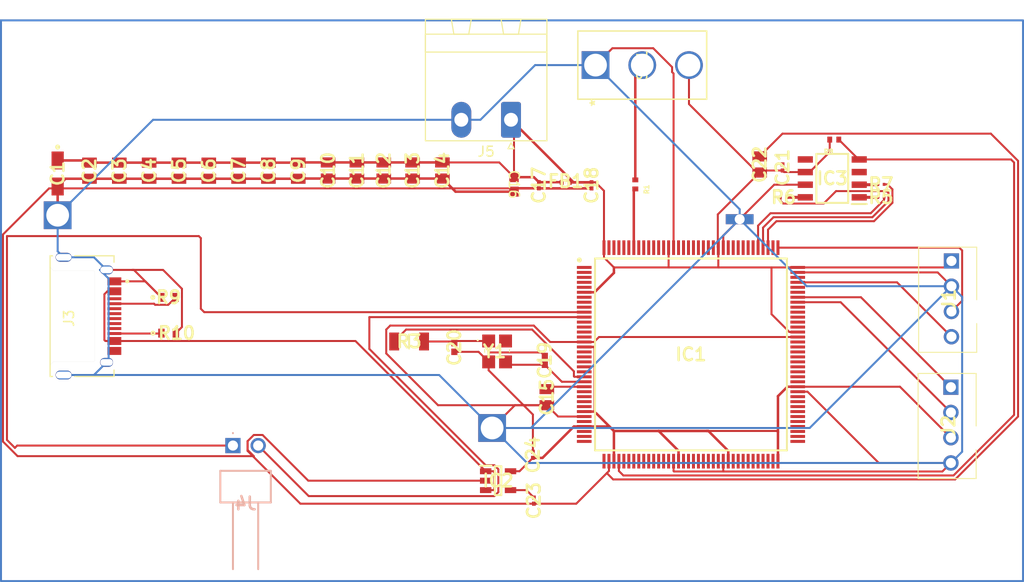
<source format=kicad_pcb>
(kicad_pcb (version 20221018) (generator pcbnew)
  (layers (0 "F.Cu" signal) (31 "B.Cu" signal) (34 "B.Paste" user) (35 "F.Paste" user) (36 "B.SilkS" user "B.Silkscreen") (37 "F.SilkS" user "F.Silkscreen") (38 "B.Mask" user) (39 "F.Mask" user) (44 "Edge.Cuts" user))
  (net 0 "")
  (net 1 "+3.3V")
  (net 2 "GND")
  (net 3 "/NRST")
  (net 4 "RCC_OSC_OUT")
  (net 5 "Net-(Y1-CRYSTAL_1)")
  (net 6 "Net-(IC2-ADJ{slash}BYP)")
  (net 15 "I2C2_SDA")
  (net 16 "I2C2_SCL")
  (net 26 "RCC_OSC_IN")
  (net 36 "SPI3_NSS")
  (net 88 "USART1_TX")
  (net 89 "USART1_RX")
  (net 92 "SWDIO")
  (net 94 "SWCLK")
  (net 96 "SPI3_SCK")
  (net 97 "SPI3_MISO")
  (net 98 "SPI3_MOSI")
  (net 119 "/BOOT0")
  (net 125 "VBUS")
  (net 126 "Net-(IC3-SI)")
  (net 127 "Net-(IC3-SCK)")
  (net 130 "Net-(IC3-SO)")
  (net 133 "Net-(J3-CC1)")
  (net 138 "Net-(J3-CC2)")
  (net 139 "/SW_BOOT0")
  (footprint "" (layer "F.Cu") (at 133.3 75.6)
    (fp_text reference "")
    (fp_text value "")
  )
  (footprint "LIB_08051C104K4Z2A:CAPC2012X140N" (layer "F.Cu") (at 145.5 71.12 -90)
    (fp_text reference "C5")
    (fp_text value "100n" hide)
  )
  (footprint "LIB_ERJ-1GJ0R00C:ERJ1G_1023" (layer "F.Cu") (at 216.112 73.795)
    (fp_text reference "R5")
    (fp_text value "0 Ohm" hide)
  )
  (footprint "LIB_C0402C120F5GAC7867:CAPC1005X55N" (layer "F.Cu") (at 173.2 88.9 90)
    (fp_text reference "C20")
    (fp_text value "12 pF" hide)
  )
  (footprint "LIB_08051C104K4Z2A:CAPC2012X140N" (layer "F.Cu") (at 139.5 71.12 -90)
    (fp_text reference "C3")
    (fp_text value "100n" hide)
  )
  (footprint "LIB_ERJ-1GJ0R00C:ERJ1G_1023" (layer "F.Cu") (at 206.312 73.795)
    (fp_text reference "R6")
    (fp_text value "0 Ohm" hide)
  )
  (footprint "LIB_ERA-3VEB5101V:ERA3KV__0603_" (layer "F.Cu") (at 144.4625 87.45925)
    (fp_text reference "R10")
    (fp_text value "5K1" hide)
  )
  (footprint "LIB_EB2532YA12-25.000M_TR:EB2532YA1225000MTR" (layer "F.Cu") (at 177.5 89.3)
    (fp_text reference "Y1")
    (fp_text value "EB2532YA12-25.000M_TR" hide)
  )
  (footprint "LIB_08051C104K4Z2A:CAPC2012X140N" (layer "F.Cu") (at 142.5 71.12 -90)
    (fp_text reference "C4")
    (fp_text value "100n" hide)
  )
  (footprint "LIB_08051C104K4Z2A:CAPC2012X140N" (layer "F.Cu") (at 169 71.1 -90)
    (fp_text reference "C13")
    (fp_text value "100n" hide)
  )
  (footprint "LIB_STM32F407ZGT6:QFP50P2200X2200X160-144N" (layer "F.Cu") (at 197 89.6)
    (fp_text reference "IC1")
    (fp_text value "STM32F407ZGT6" hide)
  )
  (footprint "LIB_CRCW120660R0KNEAIF:RESC3216X60N" (layer "F.Cu") (at 168.65 88.3 180)
    (fp_text reference "R3")
    (fp_text value "60 Ohm" hide)
  )
  (footprint "LIB_47053-1000:470531000" (layer "F.Cu") (at 223.2 80.2 90)
    (fp_text reference "J1")
    (fp_text value "STLINKV2 PINS (2.54mm Pitch)" hide)
  )
  (footprint "RC0402FR-0710KL:RESC1005X40N" (layer "F.Cu") (at 211.412 67.995 180)
    (fp_text reference "R8")
    (fp_text value "10k")
  )
  (footprint "LIB_08051C104K4Z2A:CAPC2012X140N" (layer "F.Cu") (at 154.5 71.12 -90)
    (fp_text reference "C8")
    (fp_text value "100n" hide)
  )
  (footprint "LIB_GRMMDXR60J105ME05D:CAPC0502X28N" (layer "F.Cu") (at 206.212 70.795 90)
    (fp_text reference "C21")
    (fp_text value "1uF" hide)
  )
  (footprint "C0603C103K4RECTU:CAPC17595_87N_KEM" (layer "F.Cu") (at 179.2 72.5 -90)
    (fp_text reference "C16")
    (fp_text value "10n")
  )
  (footprint "LIB_GRMMDXR60J105ME05D:CAPC0502X28N" (layer "F.Cu") (at 187 72.592 -90)
    (fp_text reference "C18")
    (fp_text value "1u" hide)
  )
  (footprint "LIB_08051C104K4Z2A:CAPC2012X140N" (layer "F.Cu") (at 163.4 71.1 -90)
    (fp_text reference "C11")
    (fp_text value "100n" hide)
  )
  (footprint "LIB_08051C104K4Z2A:CAPC2012X140N" (layer "F.Cu") (at 157.5 71.12 -90)
    (fp_text reference "C9")
    (fp_text value "100n" hide)
  )
  (footprint "LIB_08051C104K4Z2A:CAPC2012X140N" (layer "F.Cu") (at 148.5 71.12 -90)
    (fp_text reference "C6")
    (fp_text value "100n" hide)
  )
  (footprint "LIB_08051C104K4Z2A:CAPC2012X140N" (layer "F.Cu") (at 136.5 71.12 -90)
    (fp_text reference "C2")
    (fp_text value "100n" hide)
  )
  (footprint "LIB_SPX3819M5-L-3-3_TR:SOT95P280X145-5N" (layer "F.Cu") (at 177.6 102.3)
    (fp_text reference "IC2")
    (fp_text value "SPX3819M5-L-3-3_TR" hide)
  )
  (footprint "LIB_T491A106K010AT:T491A" (layer "F.Cu") (at 133.3 71.4 -90)
    (fp_text reference "C1")
    (fp_text value "10u" hide)
  )
  (footprint "LIB_08051C104K4Z2A:CAPC2012X140N" (layer "F.Cu") (at 166.1 71.1 -90)
    (fp_text reference "C12")
    (fp_text value "100n" hide)
  )
  (footprint "" (layer "F.Cu") (at 201.9 76)
    (fp_text reference "")
    (fp_text value "")
  )
  (footprint "LIB_ERJ-1GJ0R00C:ERJ1G_1023" (layer "F.Cu") (at 216.112 72.495)
    (fp_text reference "R7")
    (fp_text value "0 Ohm" hide)
  )
  (footprint "LIB_08051C104K4Z2A:CAPC2012X140N" (layer "F.Cu") (at 182.5 93.9 -90)
    (fp_text reference "C15")
    (fp_text value "100n" hide)
  )
  (footprint "" (layer "F.Cu") (at 177 97)
    (fp_text reference "")
    (fp_text value "")
  )
  (footprint "LIB_ERA-3VEB5101V:ERA3KV__0603_" (layer "F.Cu") (at 144.45 83.85925)
    (fp_text reference "R9")
    (fp_text value "5K1" hide)
  )
  (footprint "Connector_Phoenix_MSTB:PhoenixContact_MSTBA_2,5_2-G_1x02_P5.00mm_Horizontal" (layer "F.Cu") (at 178.9 66 180)
    (fp_text reference "J5")
    (fp_text value "Screw_Terminal_01x02")
  )
  (footprint "LIB_08051C104K4Z2A:CAPC2012X140N" (layer "F.Cu") (at 151.5 71.12 -90)
    (fp_text reference "C7")
    (fp_text value "100n" hide)
  )
  (footprint "12401948E412A:AMPHENOL_12401948E412A" (layer "F.Cu") (at 133.9 85.75 -90)
    (fp_text reference "J3")
    (fp_text value "12401948E412A")
    (fp_line (start -4.92 1.36) (end -4.57 1.01) (stroke (width 0.01)) (layer "Edge.Cuts"))
    (fp_line (start -4.57 1.01) (end -4.57 -3) (stroke (width 0.01)) (layer "Edge.Cuts"))
    (fp_line (start -4.42 -3.15) (end 4.42 -3.15) (stroke (width 0.01)) (layer "Edge.Cuts"))
    (fp_line (start 4.57 -3) (end 4.57 1.01) (stroke (width 0.01)) (layer "Edge.Cuts"))
    (fp_line (start 4.57 1.01) (end 4.92 1.36) (stroke (width 0.01)) (layer "Edge.Cuts"))
    (fp_line (start 4.92 1.36) (end -4.92 1.36) (stroke (width 0.01)) (layer "Edge.Cuts"))
    (fp_arc (start -4.57 -3) (mid -4.526066 -3.106066) (end -4.42 -3.15) (stroke (width 0.01)) (layer "Edge.Cuts"))
    (fp_arc (start 4.42 -3.15) (mid 4.526066 -3.106066) (end 4.57 -3) (stroke (width 0.01)) (layer "Edge.Cuts"))
  )
  (footprint "1101M2S3CQE2:1101M2S3CQE2" (layer "F.Cu") (at 187.401 60.5 90)
    (fp_text reference "SW1")
    (fp_text value "SW_SPDT")
  )
  (footprint "LIB_47053-1000:470531000" (layer "F.Cu") (at 223.145 92.898 90)
    (fp_text reference "J2")
    (fp_text value "Motor Driver Pins (2.54mm Pitch)" hide)
  )
  (footprint "LIB_AT45DB081E-SSHN-B:SOIC127P600X175-8N" (layer "F.Cu") (at 211.212 71.895 180)
    (fp_text reference "IC3")
    (fp_text value "AT45DB081E-SSHN-B" hide)
  )
  (footprint "LIB_GRMMDXR60J105ME05D:CAPC0502X28N" (layer "F.Cu") (at 181.1 99.7 90)
    (fp_text reference "C24")
    (fp_text value "1 uF" hide)
  )
  (footprint "LIB_08051C104K4Z2A:CAPC2012X140N" (layer "F.Cu") (at 172 71.1 -90)
    (fp_text reference "C14")
    (fp_text value "100n" hide)
  )
  (footprint "LIB_GRMMDXR60J105ME05D:CAPC0502X28N" (layer "F.Cu") (at 181.7 72.582 -90)
    (fp_text reference "C17")
    (fp_text value "1u" hide)
  )
  (footprint "RC0402FR-0710KL:RESC1005X40N" (layer "F.Cu") (at 191.4 72.5 -90)
    (fp_text reference "R1")
    (fp_text value "10k")
  )
  (footprint "LIB_C0402C120F5GAC7867:CAPC1005X55N" (layer "F.Cu") (at 182.3 90.2 -90)
    (fp_text reference "C19")
    (fp_text value "12 pF" hide)
  )
  (footprint "LIB_GRMMDXR60J105ME05D:CAPC0502X28N" (layer "F.Cu") (at 181.2 104.308 90)
    (fp_text reference "C23")
    (fp_text value "1uF" hide)
  )
  (footprint "LIB_BLM15PX121BH1D:NFZ15SG152SN10B" (layer "F.Cu") (at 184.4 72.3)
    (fp_text reference "FB1")
    (fp_text value "120R" hide)
  )
  (footprint "LIB_08051C104K4Z2A:CAPC2012X140N" (layer "F.Cu") (at 160.5 71.1 -90)
    (fp_text reference "C10")
    (fp_text value "100n" hide)
  )
  (footprint "LIB_08051C104K4Z2A:CAPC2012X140N" (layer "F.Cu") (at 203.912 70.495 90)
    (fp_text reference "C22")
    (fp_text value ".1uF" hide)
  )
  (footprint "LIB_22-12-2024:22122024" (layer "B.Cu") (at 150.93 98.7675)
    (fp_text reference "J4")
    (fp_text value "Conn_01x02" hide)
  )
  (gr_rect (start 127.6 56) (end 230.4 112.4) (stroke (width 0.2)) (fill none) (layer "B.Cu"))
  (segment (start 206.212 71.103) (end 204.114 71.103) (width 0.2) (layer "F.Cu") (net 1))
  (segment (start 187.42475 83.22475) (end 187.2995 83.35) (width 0.25) (layer "F.Cu") (net 1))
  (segment (start 178.9 66) (end 179.2 66.3) (width 0.2) (layer "F.Cu") (net 1))
  (segment (start 206.7505 80.85) (end 207.738 80.85) (width 0.2) (layer "F.Cu") (net 1))
  (segment (start 136.28 70.09) (end 136.5 70.31) (width 0.25) (layer "F.Cu") (net 1))
  (segment (start 206.9 87.35) (end 205.1 85.55) (width 0.2) (layer "F.Cu") (net 1))
  (segment (start 188.25 78.862) (end 188.25 73.144) (width 0.2) (layer "F.Cu") (net 1))
  (segment (start 179.2 66.3) (end 179.2 71.772201) (width 0.2) (layer "F.Cu") (net 1))
  (segment (start 166.1 70.29) (end 163.4 70.29) (width 0.25) (layer "F.Cu") (net 1))
  (segment (start 188.25 73.144) (end 187.39 72.284) (width 0.2) (layer "F.Cu") (net 1))
  (segment (start 181.1 100.008) (end 182.0665 100.008) (width 0.25) (layer "F.Cu") (net 1))
  (segment (start 206.369 71.26) (end 206.212 71.103) (width 0.2) (layer "F.Cu") (net 1))
  (segment (start 148.5 70.31) (end 145.5 70.31) (width 0.25) (layer "F.Cu") (net 1))
  (segment (start 196.799 64.417) (end 203.687 71.305) (width 0.2) (layer "F.Cu") (net 1))
  (segment (start 187.2995 88.85) (end 187.2995 95.35) (width 0.2) (layer "F.Cu") (net 1))
  (segment (start 208.9375 71.26) (end 208.5 71.26) (width 0.2) (layer "F.Cu") (net 1))
  (segment (start 139.5 70.31) (end 142.5 70.31) (width 0.25) (layer "F.Cu") (net 1))
  (segment (start 189.2505 80.85) (end 188.25 79.8495) (width 0.2) (layer "F.Cu") (net 1))
  (segment (start 200.75 99.3005) (end 198.75 97.3005) (width 0.25) (layer "F.Cu") (net 1))
  (segment (start 186.262 88.85) (end 187.2995 88.85) (width 0.25) (layer "F.Cu") (net 1))
  (segment (start 172 70.29) (end 169 70.29) (width 0.25) (layer "F.Cu") (net 1))
  (segment (start 181.7 72.274) (end 183.974 72.274) (width 0.25) (layer "F.Cu") (net 1))
  (segment (start 133.3 70.09) (end 136.28 70.09) (width 0.25) (layer "F.Cu") (net 1))
  (segment (start 207.738 80.85) (end 222.55 80.85) (width 0.2) (layer "F.Cu") (net 1))
  (segment (start 185.184 72.284) (end 178.9 66) (width 0.25) (layer "F.Cu") (net 1))
  (segment (start 206.7005 92.85) (end 205.75 93.8005) (width 0.25) (layer "F.Cu") (net 1))
  (segment (start 196.799 60.5) (end 196.799 64.417) (width 0.2) (layer "F.Cu") (net 1))
  (segment (start 203.687 71.305) (end 203.912 71.305) (width 0.2) (layer "F.Cu") (net 1))
  (segment (start 194.8 80.85) (end 189.2505 80.85) (width 0.2) (layer "F.Cu") (net 1))
  (segment (start 204.114 71.103) (end 203.912 71.305) (width 0.2) (layer "F.Cu") (net 1))
  (segment (start 205.75 97.4) (end 205.75 100.338) (width 0.25) (layer "F.Cu") (net 1))
  (segment (start 169 70.29) (end 166.1 70.29) (width 0.25) (layer "F.Cu") (net 1))
  (segment (start 205.1 80.85) (end 199.8 80.85) (width 0.2) (layer "F.Cu") (net 1))
  (segment (start 198.75 97.3005) (end 198.6 97.3005) (width 0.25) (layer "F.Cu") (net 1))
  (segment (start 157.52 70.29) (end 157.5 70.31) (width 0.25) (layer "F.Cu") (net 1))
  (segment (start 160.5 70.29) (end 157.52 70.29) (width 0.25) (layer "F.Cu") (net 1))
  (segment (start 179.2 71.772201) (end 181.198201 71.772201) (width 0.25) (layer "F.Cu") (net 1))
  (segment (start 187 72.284) (end 185.184 72.284) (width 0.25) (layer "F.Cu") (net 1))
  (segment (start 222.55 80.85) (end 223.2 80.2) (width 0.2) (layer "F.Cu") (net 1))
  (segment (start 185.2245 96.85) (end 186.262 96.85) (width 0.25) (layer "F.Cu") (net 1))
  (segment (start 206.7505 92.85) (end 206.7005 92.8) (width 0.2) (layer "F.Cu") (net 1))
  (segment (start 193.75 97.3005) (end 189.25 97.3005) (width 0.25) (layer "F.Cu") (net 1))
  (segment (start 205.6505 97.3005) (end 205.75 97.4) (width 0.2) (layer "F.Cu") (net 1))
  (segment (start 203.912 71.305) (end 199.7 75.517) (width 0.2) (layer "F.Cu") (net 1))
  (segment (start 210.957 69.2405) (end 208.9375 71.26) (width 0.2) (layer "F.Cu") (net 1))
  (segment (start 163.4 70.29) (end 160.5 70.29) (width 0.25) (layer "F.Cu") (net 1))
  (segment (start 188.25 79.8495) (end 188.25 78.862) (width 0.2) (layer "F.Cu") (net 1))
  (segment (start 206.7005 80.9) (end 206.7505 80.85) (width 0.2) (layer "F.Cu") (net 1))
  (segment (start 195.75 100.338) (end 195.75 99.3005) (width 0.25) (layer "F.Cu") (net 1))
  (segment (start 181.198201 71.772201) (end 181.7 72.274) (width 0.25) (layer "F.Cu") (net 1))
  (segment (start 189.25 97.3005) (end 189.25 100.338) (width 0.25) (layer "F.Cu") (net 1))
  (segment (start 199.75 80.8) (end 199.8 80.85) (width 0.2) (layer "F.Cu") (net 1))
  (segment (start 179.2 71.772201) (end 177.717799 70.29) (width 0.2) (layer "F.Cu") (net 1))
  (segment (start 199.8 80.85) (end 194.8 80.85) (width 0.2) (layer "F.Cu") (net 1))
  (segment (start 186.262 95.35) (end 187.2995 95.35) (width 0.25) (layer "F.Cu") (net 1))
  (segment (start 184.8 72.3) (end 186.984 72.3) (width 0.25) (layer "F.Cu") (net 1))
  (segment (start 189.2505 80.85) (end 189.2505 81.399) (width 0.25) (layer "F.Cu") (net 1))
  (segment (start 179.758 101.35) (end 181.1 100.008) (width 0.2) (layer "F.Cu") (net 1))
  (segment (start 186.984 72.3) (end 187 72.284) (width 0.25) (layer "F.Cu") (net 1))
  (segment (start 177.717799 70.29) (end 172 70.29) (width 0.2) (layer "F.Cu") (net 1))
  (segment (start 189.2505 81.399) (end 187.42475 83.22475) (width 0.25) (layer "F.Cu") (net 1))
  (segment (start 205.75 93.8005) (end 205.75 97.4) (width 0.25) (layer "F.Cu") (net 1))
  (segment (start 157.5 70.31) (end 154.5 70.31) (width 0.25) (layer "F.Cu") (net 1))
  (segment (start 205.1 85.55) (end 205.1 80.85) (width 0.2) (layer "F.Cu") (net 1))
  (segment (start 207.738 92.85) (end 206.7505 92.85) (width 0.2) (layer "F.Cu") (net 1))
  (segment (start 207.738 92.85) (end 206.7005 92.85) (width 0.25) (layer "F.Cu") (net 1))
  (segment (start 198.6 97.3005) (end 193.75 97.3005) (width 0.25) (layer "F.Cu") (net 1))
  (segment (start 207.738 80.85) (end 205.1 80.85) (width 0.2) (layer "F.Cu") (net 1))
  (segment (start 199.75 78.862) (end 199.75 80.8) (width 0.2) (layer "F.Cu") (net 1))
  (segment (start 223.145 97.978) (end 218.017 92.85) (width 0.2) (layer "F.Cu") (net 1))
  (segment (start 187.2995 83.35) (end 186.262 83.35) (width 0.25) (layer "F.Cu") (net 1))
  (segment (start 189.17475 97.22525) (end 189.25 97.3005) (width 0.25) (layer "F.Cu") (net 1))
  (segment (start 194.75 78.862) (end 194.75 80.8) (width 0.2) (layer "F.Cu") (net 1))
  (segment (start 154.5 70.31) (end 151.5 70.31) (width 0.25) (layer "F.Cu") (net 1))
  (segment (start 183.974 72.274) (end 184 72.3) (width 0.25) (layer "F.Cu") (net 1))
  (segment (start 208.5 71.26) (end 206.369 71.26) (width 0.2) (layer "F.Cu") (net 1))
  (segment (start 194.75 80.8) (end 194.8 80.85) (width 0.2) (layer "F.Cu") (net 1))
  (segment (start 151.5 70.31) (end 148.5 70.31) (width 0.25) (layer "F.Cu") (net 1))
  (segment (start 187.2995 95.35) (end 187.47475 95.52525) (width 0.2) (layer "F.Cu") (net 1))
  (segment (start 207.738 87.35) (end 206.9 87.35) (width 0.2) (layer "F.Cu") (net 1))
  (segment (start 195.75 99.3005) (end 193.75 97.3005) (width 0.25) (layer "F.Cu") (net 1))
  (segment (start 199.7 75.517) (end 199.7 78.812) (width 0.2) (layer "F.Cu") (net 1))
  (segment (start 218.017 92.85) (end 207.738 92.85) (width 0.2) (layer "F.Cu") (net 1))
  (segment (start 199.7 78.812) (end 199.75 78.862) (width 0.2) (layer "F.Cu") (net 1))
  (segment (start 178.85 101.35) (end 179.758 101.35) (width 0.2) (layer "F.Cu") (net 1))
  (segment (start 200.75 100.338) (end 200.75 99.3005) (width 0.25) (layer "F.Cu") (net 1))
  (segment (start 187.47475 95.52525) (end 189.17475 97.22525) (width 0.25) (layer "F.Cu") (net 1))
  (segment (start 189.17475 97.22525) (end 188.7995 96.85) (width 0.25) (layer "F.Cu") (net 1))
  (segment (start 182.0665 100.008) (end 185.2245 96.85) (width 0.25) (layer "F.Cu") (net 1))
  (segment (start 198.6 97.3005) (end 205.6505 97.3005) (width 0.2) (layer "F.Cu") (net 1))
  (segment (start 188.7995 96.85) (end 186.262 96.85) (width 0.25) (layer "F.Cu") (net 1))
  (segment (start 142.5 70.31) (end 145.5 70.31) (width 0.25) (layer "F.Cu") (net 1))
  (segment (start 187.39 72.284) (end 187 72.284) (width 0.2) (layer "F.Cu") (net 1))
  (segment (start 136.5 70.31) (end 139.5 70.31) (width 0.25) (layer "F.Cu") (net 1))
  (segment (start 210.957 67.995) (end 210.957 69.2405) (width 0.2) (layer "F.Cu") (net 1))
  (segment (start 127.8 98.365686) (end 129.266814 99.8325) (width 0.2) (layer "F.Cu") (net 2))
  (segment (start 145.5 71.93) (end 142.5 71.93) (width 0.25) (layer "F.Cu") (net 2))
  (segment (start 195.102 60.702) (end 193.203 58.803) (width 0.2) (layer "F.Cu") (net 2))
  (segment (start 215.8935 100.518) (end 223.145 100.518) (width 0.2) (layer "F.Cu") (net 2))
  (segment (start 195.25 78.862) (end 195.25 61.350921) (width 0.2) (layer "F.Cu") (net 2))
  (segment (start 181.71 72.9) (end 181.7 72.89) (width 0.25) (layer "F.Cu") (net 2))
  (segment (start 132.434315 72.9) (end 127.8 77.534315) (width 0.2) (layer "F.Cu") (net 2))
  (segment (start 188.75 100.338) (end 188.75 101.3255) (width 0.2) (layer "F.Cu") (net 2))
  (segment (start 200.25 101.3255) (end 200.3 101.3755) (width 0.2) (layer "F.Cu") (net 2))
  (segment (start 134.08 71.93) (end 133.3 72.71) (width 0.25) (layer "F.Cu") (net 2))
  (segment (start 229.9 95.848966) (end 223.573465 102.1755) (width 0.2) (layer "F.Cu") (net 2))
  (segment (start 157.52 71.91) (end 157.5 71.93) (width 0.25) (layer "F.Cu") (net 2))
  (segment (start 140.96575 81.1) (end 140.8 81.1) (width 0.2) (layer "F.Cu") (net 2))
  (segment (start 148.5 71.93) (end 145.5 71.93) (width 0.25) (layer "F.Cu") (net 2))
  (segment (start 176.65 90.35) (end 176.65 91.2) (width 0.2) (layer "F.Cu") (net 2))
  (segment (start 181.190186 86.7) (end 166.75 86.7) (width 0.2) (layer "F.Cu") (net 2))
  (segment (start 205.37 72.53) (end 201.9 76) (width 0.2) (layer "F.Cu") (net 2))
  (segment (start 179.2 73.227799) (end 173.317799 73.227799) (width 0.25) (layer "F.Cu") (net 2))
  (segment (start 158.508638 102.3) (end 176.35 102.3) (width 0.2) (layer "F.Cu") (net 2))
  (segment (start 200.25 77.65) (end 200.25 78.862) (width 0.2) (layer "F.Cu") (net 2))
  (segment (start 166.35 87.1) (end 166.35 89.5) (width 0.2) (layer "F.Cu") (net 2))
  (segment (start 157.716 104.616) (end 152.405 99.305) (width 0.2) (layer "F.Cu") (net 2))
  (segment (start 223.573465 102.1755) (end 189.1755 102.1755) (width 0.2) (layer "F.Cu") (net 2))
  (segment (start 208.7255 93.35) (end 215.8935 100.518) (width 0.2) (layer "F.Cu") (net 2))
  (segment (start 166.75 86.7) (end 166.35 87.1) (width 0.2) (layer "F.Cu") (net 2))
  (segment (start 154.5 71.93) (end 151.5 71.93) (width 0.25) (layer "F.Cu") (net 2))
  (segment (start 166.1 71.91) (end 163.4 71.91) (width 0.25) (layer "F.Cu") (net 2))
  (segment (start 152.405 98.326362) (end 153.028862 97.7025) (width 0.2) (layer "F.Cu") (net 2))
  (segment (start 195.25 101.3255) (end 195.3 101.3755) (width 0.2) (layer "F.Cu") (net 2))
  (segment (start 181.7 72.89) (end 179.537799 72.89) (width 0.25) (layer "F.Cu") (net 2))
  (segment (start 195.102 61.202921) (end 195.102 60.702) (width 0.2) (layer "F.Cu") (net 2))
  (segment (start 129.266814 99.8325) (end 153.028862 99.8325) (width 0.2) (layer "F.Cu") (net 2))
  (segment (start 187.2495 88.35) (end 186.262 88.35) (width 0.2) (layer "F.Cu") (net 2))
  (segment (start 140.8 81.1) (end 138.22 81.1) (width 0.2) (layer "F.Cu") (net 2))
  (segment (start 176.65 91.2) (end 180.16 94.71) (width 0.2) (layer "F.Cu") (net 2))
  (segment (start 182.5 94.71) (end 183.64 95.85) (width 0.2) (layer "F.Cu") (net 2))
  (segment (start 185.4595 104.616) (end 181.2 104.616) (width 0.2) (layer "F.Cu") (net 2))
  (segment (start 133.3 72.71) (end 133.3 75.6) (width 0.25) (layer "F.Cu") (net 2))
  (segment (start 200.3 101.3755) (end 200.8 101.3755) (width 0.2) (layer "F.Cu") (net 2))
  (segment (start 173.2 89.34) (end 175.64 89.34) (width 0.2) (layer "F.Cu") (net 2))
  (segment (start 181.94 89.4) (end 176.75 89.4) (width 0.2) (layer "F.Cu") (net 2))
  (segment (start 195.25 61.350921) (end 195.102 61.202921) (width 0.2) (layer "F.Cu") (net 2))
  (segment (start 222.2875 101.3755) (end 223.145 100.518) (width 0.2) (layer "F.Cu") (net 2))
  (segment (start 166.35 89.5) (end 171.56 94.71) (width 0.2) (layer "F.Cu") (net 2))
  (segment (start 145.8 86.84675) (end 145.8 83) (width 0.2) (layer "F.Cu") (net 2))
  (segment (start 203.912 69.685) (end 206.202 67.395) (width 0.2) (layer "F.Cu") (net 2))
  (segment (start 136.5 71.93) (end 134.08 71.93) (width 0.25) (layer "F.Cu") (net 2))
  (segment (start 193.203 58.803) (end 189.098 58.803) (width 0.2) (layer "F.Cu") (net 2))
  (segment (start 179.29 94.71) (end 177 97) (width 0.2) (layer "F.Cu") (net 2))
  (segment (start 163.4 71.91) (end 160.5 71.91) (width 0.25) (layer "F.Cu") (net 2))
  (segment (start 181.1 95.65) (end 180.16 94.71) (width 0.2) (layer "F.Cu") (net 2))
  (segment (start 175.64 89.34) (end 176.65 90.35) (width 0.2) (layer "F.Cu") (net 2))
  (segment (start 195.3 101.3755) (end 200.8 101.3755) (width 0.2) (layer "F.Cu") (net 2))
  (segment (start 157.5 71.93) (end 154.5 71.93) (width 0.25) (layer "F.Cu") (net 2))
  (segment (start 160.5 71.91) (end 157.52 71.91) (width 0.25) (layer "F.Cu") (net 2))
  (segment (start 229.9 70.134315) (end 229.9 95.848966) (width 0.2) (layer "F.Cu") (net 2))
  (segment (start 186.262 88.35) (end 182.840186 88.35) (width 0.2) (layer "F.Cu") (net 2))
  (segment (start 188.53775 101.53775) (end 185.4595 104.616) (width 0.2) (layer "F.Cu") (net 2))
  (segment (start 203.912 69.685) (end 203.912 69.212) (width 0.2) (layer "F.Cu") (net 2))
  (segment (start 139.5 71.93) (end 136.5 71.93) (width 0.25) (layer "F.Cu") (net 2))
  (segment (start 187.7495 87.85) (end 187.2495 88.35) (width 0.2) (layer "F.Cu") (net 2))
  (segment (start 206.202 67.395) (end 227.160685 67.395) (width 0.2) (layer "F.Cu") (net 2))
  (segment (start 139 82.25) (end 142.11575 82.25) (width 0.2) (layer "F.Cu") (net 2))
  (segment (start 207.738 93.35) (end 208.7255 93.35) (width 0.2) (layer "F.Cu") (net 2))
  (segment (start 151.5 71.93) (end 148.5 71.93) (width 0.25) (layer "F.Cu") (net 2))
  (segment (start 183.64 95.85) (end 186.262 95.85) (width 0.2) (layer "F.Cu") (net 2))
  (segment (start 189.1755 102.1755) (end 188.53775 101.53775) (width 0.2) (layer "F.Cu") (net 2))
  (segment (start 207.738 87.85) (end 187.7495 87.85) (width 0.2) (layer "F.Cu") (net 2))
  (segment (start 187 72.9) (end 132.434315 72.9) (width 0.2) (layer "F.Cu") (net 2))
  (segment (start 153.911138 97.7025) (end 158.508638 102.3) (width 0.2) (layer "F.Cu") (net 2))
  (segment (start 200.25 100.338) (end 200.25 101.3255) (width 0.2) (layer "F.Cu") (net 2))
  (segment (start 182.840186 88.35) (end 181.190186 86.7) (width 0.2) (layer "F.Cu") (net 2))
  (segment (start 176.75 89.4) (end 176.65 89.5) (width 0.2) (layer "F.Cu") (net 2))
  (segment (start 145.8 83) (end 143.9 81.1) (width 0.2) (layer "F.Cu") (net 2))
  (segment (start 182.3 89.76) (end 181.94 89.4) (width 0.2) (layer "F.Cu") (net 2))
  (segment (start 188.75 101.3255) (end 188.53775 101.53775) (width 0.2) (layer "F.Cu") (net 2))
  (segment (start 195.25 100.338) (end 195.25 101.3255) (width 0.2) (layer "F.Cu") (net 2))
  (segment (start 208.5 72.53) (end 205.37 72.53) (width 0.2) (layer "F.Cu") (net 2))
  (segment (start 153.028862 99.8325) (end 152.405 99.208638) (width 0.2) (layer "F.Cu") (net 2))
  (segment (start 201.9 76) (end 200.25 77.65) (width 0.2) (layer "F.Cu") (net 2))
  (segment (start 143.9 81.1) (end 140.8 81.1) (width 0.2) (layer "F.Cu") (net 2))
  (segment (start 143.725 83.85925) (end 140.96575 81.1) (width 0.2) (layer "F.Cu") (net 2))
  (segment (start 186.99 72.89) (end 187 72.9) (width 0.25) (layer "F.Cu") (net 2))
  (segment (start 153.028862 97.7025) (end 153.911138 97.7025) (width 0.2) (layer "F.Cu") (net 2))
  (segment (start 176.65 89.5) (end 176.65 90.35) (width 0.2) (layer "F.Cu") (net 2))
  (segment (start 181.1 99.392) (end 181.1 95.65) (width 0.2) (layer "F.Cu") (net 2))
  (segment (start 179.537799 72.89) (end 179.2 73.227799) (width 0.25) (layer "F.Cu") (net 2))
  (segment (start 169 71.91) (end 166.1 71.91) (width 0.25) (layer "F.Cu") (net 2))
  (segment (start 189.098 58.803) (end 187.401 60.5) (width 0.2) (layer "F.Cu") (net 2))
  (segment (start 221.81 81.35) (end 223.2 82.74) (width 0.2) (layer "F.Cu") (net 2))
  (segment (start 142.11575 82.25) (end 143.725 83.85925) (width 0.2) (layer "F.Cu") (net 2))
  (segment (start 145.1875 87.45925) (end 145.8 86.84675) (width 0.2) (layer "F.Cu") (net 2))
  (segment (start 180.16 94.71) (end 182.5 94.71) (width 0.2) (layer "F.Cu") (net 2))
  (segment (start 152.405 99.208638) (end 152.405 98.326362) (width 0.2) (layer "F.Cu") (net 2))
  (segment (start 200.8 101.3755) (end 222.2875 101.3755) (width 0.2) (layer "F.Cu") (net 2))
  (segment (start 152.405 99.305) (end 152.405 98.326362) (width 0.2) (layer "F.Cu") (net 2))
  (segment (start 142.5 71.93) (end 139.5 71.93) (width 0.25) (layer "F.Cu") (net 2))
  (segment (start 207.738 81.35) (end 221.81 81.35) (width 0.2) (layer "F.Cu") (net 2))
  (segment (start 227.160685 67.395) (end 229.9 70.134315) (width 0.2) (layer "F.Cu") (net 2))
  (segment (start 187 72.9) (end 181.71 72.9) (width 0.25) (layer "F.Cu") (net 2))
  (segment (start 172 71.91) (end 169 71.91) (width 0.25) (layer "F.Cu") (net 2))
  (segment (start 181.2 104.616) (end 157.716 104.616) (width 0.2) (layer "F.Cu") (net 2))
  (segment (start 173.317799 73.227799) (end 172 71.91) (width 0.25) (layer "F.Cu") (net 2))
  (segment (start 127.8 77.534315) (end 127.8 98.365686) (width 0.2) (layer "F.Cu") (net 2))
  (segment (start 180.16 94.71) (end 179.29 94.71) (width 0.2) (layer "F.Cu") (net 2))
  (segment (start 171.56 94.71) (end 182.5 94.71) (width 0.2) (layer "F.Cu") (net 2))
  (segment (start 133.3 75.6) (end 133.3 79.23) (width 0.2) (layer "B.Cu") (net 2))
  (segment (start 201.9 76) (end 201.9 74.999) (width 0.2) (layer "B.Cu") (net 2))
  (segment (start 138.425 81.970406) (end 138.425 90.195) (width 0.2) (layer "B.Cu") (net 2))
  (segment (start 187.401 60.5) (end 181.322183 60.5) (width 0.2) (layer "B.Cu") (net 2))
  (segment (start 175.822183 66) (end 173.9 66) (width 0.2) (layer "B.Cu") (net 2))
  (segment (start 137.554594 81.1) (end 138.425 81.970406) (width 0.2) (layer "B.Cu") (net 2))
  (segment (start 180.518 100.518) (end 177 97) (width 0.2) (layer "B.Cu") (net 2))
  (segment (start 223.145 100.518) (end 180.518 100.518) (width 0.2) (layer "B.Cu") (net 2))
  (segment (start 208.64 82.74) (end 201.9 76) (width 0.2) (layer "B.Cu") (net 2))
  (segment (start 171.67 91.67) (end 177 97) (width 0.2) (layer "B.Cu") (net 2))
  (segment (start 223.2 82.74) (end 224.275 83.815) (width 0.2) (layer "B.Cu") (net 2))
  (segment (start 224.275 83.815) (end 224.275 99.388) (width 0.2) (layer "B.Cu") (net 2))
  (segment (start 224.275 99.388) (end 223.145 100.518) (width 0.2) (layer "B.Cu") (net 2))
  (segment (start 177 97) (end 208.94 97) (width 0.2) (layer "B.Cu") (net 2))
  (segment (start 142.9 66) (end 133.3 75.6) (width 0.2) (layer "B.Cu") (net 2))
  (segment (start 173.9 66) (end 142.9 66) (width 0.2) (layer "B.Cu") (net 2))
  (segment (start 136.95 79.83) (end 138.22 81.1) (width 0.2) (layer "B.Cu") (net 2))
  (segment (start 133.9 91.67) (end 136.95 91.67) (width 0.2) (layer "B.Cu") (net 2))
  (segment (start 133.9 91.67) (end 171.67 91.67) (width 0.2) (layer "B.Cu") (net 2))
  (segment (start 181.322183 60.5) (end 175.822183 66) (width 0.2) (layer "B.Cu") (net 2))
  (segment (start 208.94 97) (end 223.2 82.74) (width 0.2) (layer "B.Cu") (net 2))
  (segment (start 201.9 74.999) (end 187.401 60.5) (width 0.2) (layer "B.Cu") (net 2))
  (segment (start 138.22 81.1) (end 137.554594 81.1) (width 0.2) (layer "B.Cu") (net 2))
  (segment (start 136.95 91.67) (end 138.22 90.4) (width 0.2) (layer "B.Cu") (net 2))
  (segment (start 138.425 90.195) (end 138.22 90.4) (width 0.2) (layer "B.Cu") (net 2))
  (segment (start 223.2 82.74) (end 208.64 82.74) (width 0.2) (layer "B.Cu") (net 2))
  (segment (start 133.9 79.83) (end 136.95 79.83) (width 0.2) (layer "B.Cu") (net 2))
  (segment (start 180.9 97) (end 201.9 76) (width 0.2) (layer "B.Cu") (net 2))
  (segment (start 177 97) (end 180.9 97) (width 0.2) (layer "B.Cu") (net 2))
  (segment (start 133.3 79.23) (end 133.9 79.83) (width 0.2) (layer "B.Cu") (net 2))
  (segment (start 182.74 92.85) (end 186.262 92.85) (width 0.2) (layer "F.Cu") (net 3))
  (segment (start 182.5 93.09) (end 182.74 92.85) (width 0.2) (layer "F.Cu") (net 3))
  (segment (start 178.35 90.35) (end 178.64 90.64) (width 0.2) (layer "F.Cu") (net 4))
  (segment (start 184.01 92.35) (end 186.262 92.35) (width 0.2) (layer "F.Cu") (net 4))
  (segment (start 178.64 90.64) (end 182.3 90.64) (width 0.2) (layer "F.Cu") (net 4))
  (segment (start 182.3 90.64) (end 184.01 92.35) (width 0.2) (layer "F.Cu") (net 4))
  (segment (start 170.15 88.3) (end 173.04 88.3) (width 0.2) (layer "F.Cu") (net 5))
  (segment (start 173.41 88.25) (end 173.2 88.46) (width 0.2) (layer "F.Cu") (net 5))
  (segment (start 176.65 88.25) (end 173.41 88.25) (width 0.2) (layer "F.Cu") (net 5))
  (segment (start 173.04 88.3) (end 173.2 88.46) (width 0.2) (layer "F.Cu") (net 5))
  (segment (start 180.45 103.25) (end 181.2 104) (width 0.2) (layer "F.Cu") (net 6))
  (segment (start 178.85 103.25) (end 180.45 103.25) (width 0.2) (layer "F.Cu") (net 6))
  (segment (start 129 99) (end 129.2325 98.7675) (width 0.2) (layer "F.Cu") (net 15))
  (segment (start 147.7 77.9) (end 147.5 77.7) (width 0.2) (layer "F.Cu") (net 15))
  (segment (start 186.262 85.35) (end 148.04075 85.35) (width 0.2) (layer "F.Cu") (net 15))
  (segment (start 147.7 85.00925) (end 147.7 77.9) (width 0.2) (layer "F.Cu") (net 15))
  (segment (start 129.2325 98.7675) (end 150.93 98.7675) (width 0.2) (layer "F.Cu") (net 15))
  (segment (start 128.2 98.2) (end 129 99) (width 0.2) (layer "F.Cu") (net 15))
  (segment (start 128.2 77.7) (end 128.2 98.2) (width 0.2) (layer "F.Cu") (net 15))
  (segment (start 148.04075 85.35) (end 147.7 85.00925) (width 0.2) (layer "F.Cu") (net 15))
  (segment (start 147.5 77.7) (end 128.2 77.7) (width 0.2) (layer "F.Cu") (net 15))
  (segment (start 158.5525 103.85) (end 153.47 98.7675) (width 0.2) (layer "F.Cu") (net 16))
  (segment (start 186.262 85.85) (end 164.65 85.85) (width 0.2) (layer "F.Cu") (net 16))
  (segment (start 177.225 100.75) (end 177.625 101.15) (width 0.2) (layer "F.Cu") (net 16))
  (segment (start 177.225 103.85) (end 158.5525 103.85) (width 0.2) (layer "F.Cu") (net 16))
  (segment (start 177.625 103.45) (end 177.225 103.85) (width 0.2) (layer "F.Cu") (net 16))
  (segment (start 164.65 85.85) (end 164.65 89.05) (width 0.2) (layer "F.Cu") (net 16))
  (segment (start 176.35 100.75) (end 177.225 100.75) (width 0.2) (layer "F.Cu") (net 16))
  (segment (start 164.65 89.05) (end 176.35 100.75) (width 0.2) (layer "F.Cu") (net 16))
  (segment (start 177.625 101.15) (end 177.625 103.45) (width 0.2) (layer "F.Cu") (net 16))
  (segment (start 167.15 88.3) (end 168.35 87.1) (width 0.2) (layer "F.Cu") (net 26))
  (segment (start 168.35 87.1) (end 181.0245 87.1) (width 0.2) (layer "F.Cu") (net 26))
  (segment (start 185.2245 91.3) (end 185.2245 91.8) (width 0.2) (layer "F.Cu") (net 26))
  (segment (start 185.2745 91.85) (end 186.262 91.85) (width 0.2) (layer "F.Cu") (net 26))
  (segment (start 185.2245 91.8) (end 185.2745 91.85) (width 0.2) (layer "F.Cu") (net 26))
  (segment (start 181.0245 87.1) (end 185.2245 91.3) (width 0.2) (layer "F.Cu") (net 26))
  (segment (start 229.5 70.3) (end 229.19 69.99) (width 0.2) (layer "F.Cu") (net 36))
  (segment (start 229.19 69.99) (end 213.924 69.99) (width 0.2) (layer "F.Cu") (net 36))
  (segment (start 189.75 101.3255) (end 190.2 101.7755) (width 0.2) (layer "F.Cu") (net 36))
  (segment (start 223.40778 101.7755) (end 229.5 95.68328) (width 0.2) (layer "F.Cu") (net 36))
  (segment (start 213.862 69.99) (end 211.867 67.995) (width 0.2) (layer "F.Cu") (net 36))
  (segment (start 229.5 95.68328) (end 229.5 70.3) (width 0.2) (layer "F.Cu") (net 36))
  (segment (start 189.75 100.338) (end 189.75 101.3255) (width 0.2) (layer "F.Cu") (net 36))
  (segment (start 213.924 69.99) (end 213.862 69.99) (width 0.2) (layer "F.Cu") (net 36))
  (segment (start 190.2 101.7755) (end 223.40778 101.7755) (width 0.2) (layer "F.Cu") (net 36))
  (segment (start 223.145 95.438) (end 212.057 84.35) (width 0.2) (layer "F.Cu") (net 88))
  (segment (start 212.057 84.35) (end 207.738 84.35) (width 0.2) (layer "F.Cu") (net 88))
  (segment (start 223.145 92.898) (end 214.097 83.85) (width 0.2) (layer "F.Cu") (net 89))
  (segment (start 214.097 83.85) (end 207.738 83.85) (width 0.2) (layer "F.Cu") (net 89))
  (segment (start 207.738 82.35) (end 217.73 82.35) (width 0.2) (layer "F.Cu") (net 92))
  (segment (start 217.73 82.35) (end 223.2 87.82) (width 0.2) (layer "F.Cu") (net 92))
  (segment (start 223.2 85.28) (end 224.275 84.205) (width 0.2) (layer "F.Cu") (net 94))
  (segment (start 224.275 84.205) (end 224.275 79.145) (width 0.2) (layer "F.Cu") (net 94))
  (segment (start 223.992 78.862) (end 205.75 78.862) (width 0.2) (layer "F.Cu") (net 94))
  (segment (start 224.275 79.145) (end 223.992 78.862) (width 0.2) (layer "F.Cu") (net 94))
  (segment (start 217.2625 72.995) (end 217.2625 74.350371) (width 0.2) (layer "F.Cu") (net 96))
  (segment (start 216.425 72.495) (end 216.7625 72.495) (width 0.2) (layer "F.Cu") (net 96))
  (segment (start 217.2625 74.350371) (end 215.41287 76.2) (width 0.2) (layer "F.Cu") (net 96))
  (segment (start 215.41287 76.2) (end 205.6 76.2) (width 0.2) (layer "F.Cu") (net 96))
  (segment (start 205.6 76.2) (end 204.75 77.05) (width 0.2) (layer "F.Cu") (net 96))
  (segment (start 204.75 77.05) (end 204.75 78.862) (width 0.2) (layer "F.Cu") (net 96))
  (segment (start 216.7625 72.495) (end 217.2625 72.995) (width 0.2) (layer "F.Cu") (net 96))
  (segment (start 216.7175 73.2) (end 216.8625 73.345) (width 0.2) (layer "F.Cu") (net 97))
  (segment (start 216.475 73.2) (end 216.7175 73.2) (width 0.2) (layer "F.Cu") (net 97))
  (segment (start 216.8625 74.184685) (end 215.247185 75.8) (width 0.2) (layer "F.Cu") (net 97))
  (segment (start 205.3 75.8) (end 204.25 76.85) (width 0.2) (layer "F.Cu") (net 97))
  (segment (start 215.247185 75.8) (end 205.3 75.8) (width 0.2) (layer "F.Cu") (net 97))
  (segment (start 211.5915 73.175) (end 216.475 73.175) (width 0.2) (layer "F.Cu") (net 97))
  (segment (start 210.3415 74.425) (end 211.5915 73.175) (width 0.2) (layer "F.Cu") (net 97))
  (segment (start 205.999 73.795) (end 205.999 74.145) (width 0.2) (layer "F.Cu") (net 97))
  (segment (start 216.475 73.175) (end 216.475 73.2) (width 0.2) (layer "F.Cu") (net 97))
  (segment (start 204.25 76.85) (end 204.25 78.862) (width 0.2) (layer "F.Cu") (net 97))
  (segment (start 216.8625 73.345) (end 216.8625 74.184685) (width 0.2) (layer "F.Cu") (net 97))
  (segment (start 206.279 74.425) (end 210.3415 74.425) (width 0.2) (layer "F.Cu") (net 97))
  (segment (start 205.999 74.145) (end 206.279 74.425) (width 0.2) (layer "F.Cu") (net 97))
  (segment (start 203.75 76.65) (end 203.75 78.862) (width 0.2) (layer "F.Cu") (net 98))
  (segment (start 215.0815 75.4) (end 205 75.4) (width 0.2) (layer "F.Cu") (net 98))
  (segment (start 216.425 73.795) (end 216.425 74.0565) (width 0.2) (layer "F.Cu") (net 98))
  (segment (start 216.425 74.0565) (end 215.0815 75.4) (width 0.2) (layer "F.Cu") (net 98))
  (segment (start 205 75.4) (end 203.75 76.65) (width 0.2) (layer "F.Cu") (net 98))
  (segment (start 191.25 78.862) (end 191.25 73.105) (width 0.25) (layer "F.Cu") (net 119))
  (segment (start 191.25 73.105) (end 191.4 72.955) (width 0.25) (layer "F.Cu") (net 119))
  (segment (start 176.35 101.35) (end 163.25 88.25) (width 0.2) (layer "F.Cu") (net 125))
  (segment (start 177.225 101.45) (end 177.125 101.35) (width 0.2) (layer "F.Cu") (net 125))
  (segment (start 177.225 103.15) (end 177.225 101.45) (width 0.2) (layer "F.Cu") (net 125))
  (segment (start 160.575 88.25) (end 139 88.25) (width 0.2) (layer "F.Cu") (net 125))
  (segment (start 163.25 88.25) (end 139 88.25) (width 0.2) (layer "F.Cu") (net 125))
  (segment (start 177.125 103.25) (end 177.225 103.15) (width 0.2) (layer "F.Cu") (net 125))
  (segment (start 138 88.15) (end 138.1 88.25) (width 0.2) (layer "F.Cu") (net 125))
  (segment (start 138.1 88.25) (end 139 88.25) (width 0.2) (layer "F.Cu") (net 125))
  (segment (start 176.35 103.25) (end 177.125 103.25) (width 0.2) (layer "F.Cu") (net 125))
  (segment (start 138 83.55) (end 138 88.15) (width 0.2) (layer "F.Cu") (net 125))
  (segment (start 139 83.25) (end 138.3 83.25) (width 0.2) (layer "F.Cu") (net 125))
  (segment (start 177.125 101.35) (end 176.35 101.35) (width 0.2) (layer "F.Cu") (net 125))
  (segment (start 138.3 83.25) (end 138 83.55) (width 0.2) (layer "F.Cu") (net 125))
  (segment (start 215.794 73.8) (end 215.799 73.795) (width 0.3) (layer "F.Cu") (net 126))
  (segment (start 213.924 73.8) (end 215.794 73.8) (width 0.3) (layer "F.Cu") (net 126))
  (segment (start 215.764 72.53) (end 215.799 72.495) (width 0.3) (layer "F.Cu") (net 127))
  (segment (start 213.924 72.53) (end 215.764 72.53) (width 0.3) (layer "F.Cu") (net 127))
  (segment (start 206.63 73.8) (end 206.625 73.795) (width 0.3) (layer "F.Cu") (net 130))
  (segment (start 208.5 73.8) (end 206.63 73.8) (width 0.3) (layer "F.Cu") (net 130))
  (segment (start 139 84.5) (end 142.99075 84.5) (width 0.2) (layer "F.Cu") (net 133))
  (segment (start 143.1 84.60925) (end 144.425 84.60925) (width 0.2) (layer "F.Cu") (net 133))
  (segment (start 144.425 84.60925) (end 145.175 83.85925) (width 0.2) (layer "F.Cu") (net 133))
  (segment (start 142.99075 84.5) (end 143.1 84.60925) (width 0.2) (layer "F.Cu") (net 133))
  (segment (start 139 87.5) (end 143.69675 87.5) (width 0.2) (layer "F.Cu") (net 138))
  (segment (start 143.69675 87.5) (end 143.7375 87.45925) (width 0.2) (layer "F.Cu") (net 138))
  (segment (start 191.4 72.045) (end 191.4 61.2) (width 0.25) (layer "F.Cu") (net 139))
  (segment (start 191.4 61.2) (end 192.1 60.5) (width 0.25) (layer "F.Cu") (net 139))
)
</source>
